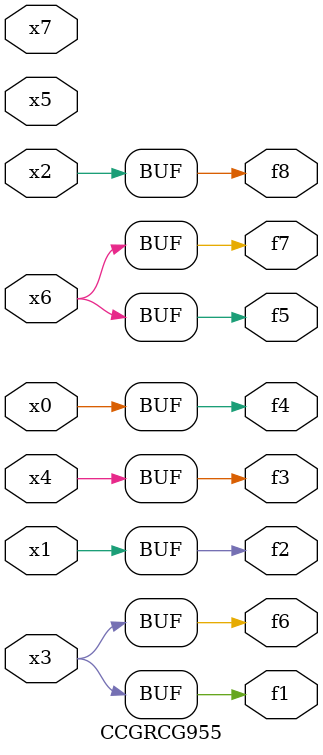
<source format=v>
module CCGRCG955(
	input x0, x1, x2, x3, x4, x5, x6, x7,
	output f1, f2, f3, f4, f5, f6, f7, f8
);
	assign f1 = x3;
	assign f2 = x1;
	assign f3 = x4;
	assign f4 = x0;
	assign f5 = x6;
	assign f6 = x3;
	assign f7 = x6;
	assign f8 = x2;
endmodule

</source>
